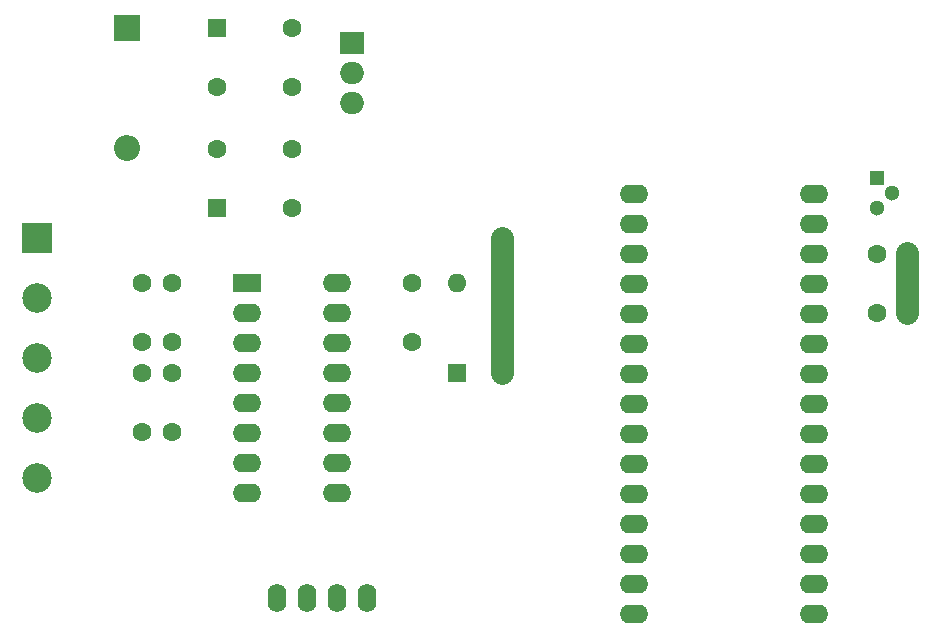
<source format=gbr>
G04 #@! TF.GenerationSoftware,KiCad,Pcbnew,(5.1.4)-1*
G04 #@! TF.CreationDate,2020-03-07T10:46:46+01:00*
G04 #@! TF.ProjectId,transmitter,7472616e-736d-4697-9474-65722e6b6963,rev?*
G04 #@! TF.SameCoordinates,Original*
G04 #@! TF.FileFunction,Copper,L1,Top*
G04 #@! TF.FilePolarity,Positive*
%FSLAX46Y46*%
G04 Gerber Fmt 4.6, Leading zero omitted, Abs format (unit mm)*
G04 Created by KiCad (PCBNEW (5.1.4)-1) date 2020-03-07 10:46:46*
%MOMM*%
%LPD*%
G04 APERTURE LIST*
%ADD10O,2.400000X1.600000*%
%ADD11O,1.600000X2.400000*%
%ADD12R,2.400000X1.600000*%
%ADD13R,1.300000X1.300000*%
%ADD14C,1.300000*%
%ADD15O,2.000000X1.905000*%
%ADD16R,2.000000X1.905000*%
%ADD17C,2.500000*%
%ADD18R,2.500000X2.500000*%
%ADD19O,1.600000X1.600000*%
%ADD20R,1.600000X1.600000*%
%ADD21O,2.200000X2.200000*%
%ADD22R,2.200000X2.200000*%
%ADD23C,1.600000*%
%ADD24C,1.950000*%
G04 APERTURE END LIST*
D10*
X135636000Y-104267000D03*
X135636000Y-101727000D03*
X135636000Y-99187000D03*
X135636000Y-96647000D03*
X135636000Y-94107000D03*
X135636000Y-91567000D03*
X135636000Y-89027000D03*
X135636000Y-86487000D03*
X135636000Y-83947000D03*
X135636000Y-81407000D03*
X135636000Y-78867000D03*
X135636000Y-76327000D03*
X135636000Y-73787000D03*
X135636000Y-71247000D03*
X135636000Y-68707000D03*
X120396000Y-104267000D03*
X120396000Y-101727000D03*
X120396000Y-99187000D03*
X120396000Y-96647000D03*
X120396000Y-94107000D03*
X120396000Y-91567000D03*
X120396000Y-89027000D03*
X120396000Y-86487000D03*
X120396000Y-83947000D03*
X120396000Y-81407000D03*
X120396000Y-78867000D03*
X120396000Y-76327000D03*
X120396000Y-73787000D03*
X120396000Y-71247000D03*
X120396000Y-68707000D03*
D11*
X97790000Y-102870000D03*
X95250000Y-102870000D03*
X92710000Y-102870000D03*
X90170000Y-102870000D03*
D10*
X95250000Y-76200000D03*
X87630000Y-93980000D03*
X95250000Y-78740000D03*
X87630000Y-91440000D03*
X95250000Y-81280000D03*
X87630000Y-88900000D03*
X95250000Y-83820000D03*
X87630000Y-86360000D03*
X95250000Y-86360000D03*
X87630000Y-83820000D03*
X95250000Y-88900000D03*
X87630000Y-81280000D03*
X95250000Y-91440000D03*
X87630000Y-78740000D03*
X95250000Y-93980000D03*
D12*
X87630000Y-76200000D03*
D13*
X140970000Y-67310000D03*
D14*
X140970000Y-69850000D03*
X142240000Y-68580000D03*
D15*
X96520000Y-60960000D03*
X96520000Y-58420000D03*
D16*
X96520000Y-55880000D03*
D17*
X69850000Y-92710000D03*
X69850000Y-87630000D03*
X69850000Y-82550000D03*
X69850000Y-77470000D03*
D18*
X69850000Y-72390000D03*
D19*
X105410000Y-76200000D03*
D20*
X105410000Y-83820000D03*
D21*
X77470000Y-64770000D03*
D22*
X77470000Y-54610000D03*
D23*
X78740000Y-83820000D03*
X78740000Y-88820000D03*
X78740000Y-76200000D03*
X78740000Y-81200000D03*
X81280000Y-81200000D03*
X81280000Y-76200000D03*
X81280000Y-88820000D03*
X81280000Y-83820000D03*
X101600000Y-81200000D03*
X101600000Y-76200000D03*
X140970000Y-73740000D03*
X140970000Y-78740000D03*
X85090000Y-64850000D03*
D20*
X85090000Y-69850000D03*
D23*
X91440000Y-64850000D03*
X91440000Y-69850000D03*
X91440000Y-59610000D03*
X91440000Y-54610000D03*
X85090000Y-59610000D03*
D20*
X85090000Y-54610000D03*
D23*
X109220000Y-83820000D03*
X109220000Y-72390000D03*
X143510000Y-78740000D03*
X143510000Y-73660000D03*
D24*
X109220000Y-83820000D02*
X109220000Y-72390000D01*
X143510000Y-78740000D02*
X143510000Y-73660000D01*
M02*

</source>
